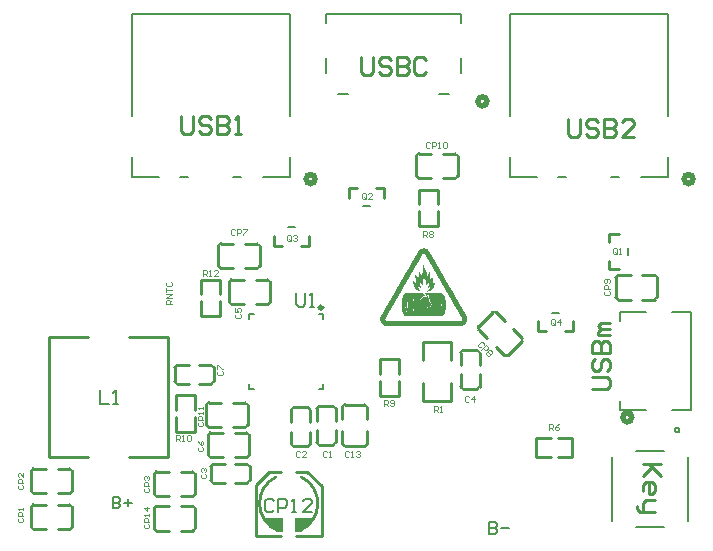
<source format=gto>
G04*
G04 #@! TF.GenerationSoftware,Altium Limited,Altium Designer,24.3.1 (35)*
G04*
G04 Layer_Color=65535*
%FSLAX44Y44*%
%MOMM*%
G71*
G04*
G04 #@! TF.SameCoordinates,C75BA454-7026-4FA9-A0C7-AF5AFDCDB590*
G04*
G04*
G04 #@! TF.FilePolarity,Positive*
G04*
G01*
G75*
%ADD10C,0.5080*%
%ADD11C,0.2540*%
%ADD12C,0.3000*%
%ADD13C,0.1524*%
%ADD14C,0.2000*%
%ADD15C,0.1007*%
%ADD16C,0.2032*%
%ADD17C,0.1000*%
G36*
X603250Y430530D02*
X618490D01*
Y419100D01*
X613410D01*
X603250Y429260D01*
Y430530D01*
D02*
G37*
G36*
X643890D02*
X628650D01*
Y419100D01*
X633730D01*
X643890Y429260D01*
Y430530D01*
D02*
G37*
G36*
X738661Y658950D02*
X739598D01*
Y658716D01*
X740301D01*
Y658482D01*
X740769D01*
Y658248D01*
X741238D01*
Y658013D01*
X741472D01*
Y657779D01*
X741706D01*
Y657545D01*
X741941D01*
Y657310D01*
X742175D01*
Y657076D01*
X742409D01*
Y656608D01*
X742644D01*
Y656373D01*
X742878D01*
Y655905D01*
X743112D01*
Y655436D01*
X743346D01*
Y655202D01*
X743581D01*
Y654733D01*
X743815D01*
Y654265D01*
X744049D01*
Y653796D01*
X744284D01*
Y653327D01*
X744518D01*
Y653093D01*
X744752D01*
Y652625D01*
X744986D01*
Y652156D01*
X745221D01*
Y651922D01*
X745455D01*
Y651453D01*
X745689D01*
Y650984D01*
X745924D01*
Y650516D01*
X746158D01*
Y650282D01*
X746392D01*
Y649813D01*
X746626D01*
Y649344D01*
X746861D01*
Y648876D01*
X747095D01*
Y648642D01*
X747329D01*
Y648173D01*
X747564D01*
Y647704D01*
X747798D01*
Y647470D01*
X748032D01*
Y647001D01*
X748267D01*
Y646533D01*
X748501D01*
Y646064D01*
X748735D01*
Y645830D01*
X748969D01*
Y645361D01*
X749204D01*
Y644893D01*
X749438D01*
Y644424D01*
X749672D01*
Y644190D01*
X749907D01*
Y643721D01*
X750141D01*
Y643253D01*
X750375D01*
Y643018D01*
X750609D01*
Y642550D01*
X750844D01*
Y642081D01*
X751078D01*
Y641613D01*
X751312D01*
Y641378D01*
X751547D01*
Y640910D01*
X751781D01*
Y640441D01*
X752015D01*
Y639973D01*
X752250D01*
Y639738D01*
X752484D01*
Y639270D01*
X752718D01*
Y638801D01*
X752952D01*
Y638333D01*
X753187D01*
Y638098D01*
X753421D01*
Y637630D01*
X753655D01*
Y637161D01*
X753889D01*
Y636693D01*
X754124D01*
Y636458D01*
X754358D01*
Y635990D01*
X754592D01*
Y635521D01*
X754827D01*
Y635287D01*
X755061D01*
Y634818D01*
X755295D01*
Y634350D01*
X755530D01*
Y633881D01*
X755764D01*
Y633647D01*
X755998D01*
Y633178D01*
X756233D01*
Y632710D01*
X756467D01*
Y632475D01*
X756701D01*
Y632007D01*
X756935D01*
Y631538D01*
X757170D01*
Y631070D01*
X757404D01*
Y630835D01*
X757638D01*
Y630367D01*
X757872D01*
Y629898D01*
X758107D01*
Y629430D01*
X758341D01*
Y629195D01*
X758575D01*
Y628727D01*
X758810D01*
Y628258D01*
X759044D01*
Y628024D01*
X759278D01*
Y627555D01*
X759513D01*
Y627087D01*
X759747D01*
Y626618D01*
X759981D01*
Y626149D01*
X760215D01*
Y625915D01*
X760450D01*
Y625447D01*
X760684D01*
Y624978D01*
X760918D01*
Y624744D01*
X761153D01*
Y624275D01*
X761387D01*
Y623806D01*
X761621D01*
Y623338D01*
X761855D01*
Y623104D01*
X762090D01*
Y622635D01*
X762324D01*
Y622166D01*
X762558D01*
Y621932D01*
X762793D01*
Y621464D01*
X763027D01*
Y620995D01*
X763261D01*
Y620526D01*
X763496D01*
Y620058D01*
X763730D01*
Y619823D01*
X763964D01*
Y619355D01*
X764198D01*
Y618886D01*
X764433D01*
Y618652D01*
X764667D01*
Y618183D01*
X764901D01*
Y617715D01*
X765136D01*
Y617481D01*
X765370D01*
Y617012D01*
X765604D01*
Y616543D01*
X765838D01*
Y616075D01*
X766073D01*
Y615840D01*
X766307D01*
Y615372D01*
X766541D01*
Y614903D01*
X766776D01*
Y614435D01*
X767010D01*
Y613966D01*
X767244D01*
Y613732D01*
X767478D01*
Y613263D01*
X767713D01*
Y612795D01*
X767947D01*
Y612560D01*
X768181D01*
Y612092D01*
X768416D01*
Y611623D01*
X768650D01*
Y611389D01*
X768884D01*
Y610686D01*
X769119D01*
Y610452D01*
X769353D01*
Y609983D01*
X769587D01*
Y609515D01*
X769821D01*
Y609280D01*
X770056D01*
Y608812D01*
X770290D01*
Y608343D01*
X770524D01*
Y608109D01*
X770759D01*
Y607640D01*
X770993D01*
Y607172D01*
X771227D01*
Y606703D01*
X771461D01*
Y606469D01*
X771696D01*
Y606000D01*
X771930D01*
Y605532D01*
X772164D01*
Y605063D01*
X772399D01*
Y604829D01*
X772633D01*
Y604360D01*
X772867D01*
Y603892D01*
X773102D01*
Y603423D01*
X773336D01*
Y603189D01*
X773570D01*
Y602720D01*
X773804D01*
Y602252D01*
X774039D01*
Y602017D01*
X774273D01*
Y601314D01*
X774507D01*
Y600846D01*
X774742D01*
Y599909D01*
X774976D01*
Y598503D01*
X774742D01*
Y597331D01*
X774507D01*
Y596863D01*
X774273D01*
Y596394D01*
X774039D01*
Y595926D01*
X773804D01*
Y595691D01*
X773570D01*
Y595457D01*
X773336D01*
Y595223D01*
X773102D01*
Y594988D01*
X772867D01*
Y594754D01*
X772633D01*
Y594520D01*
X772164D01*
Y594286D01*
X771696D01*
Y594051D01*
X771227D01*
Y593817D01*
X770290D01*
Y593583D01*
X705625D01*
Y593817D01*
X704688D01*
Y594051D01*
X704219D01*
Y594286D01*
X703751D01*
Y594520D01*
X703282D01*
Y594754D01*
X703048D01*
Y594988D01*
X702814D01*
Y595223D01*
X702579D01*
Y595457D01*
X702345D01*
Y595691D01*
X702111D01*
Y595926D01*
X701877D01*
Y596394D01*
X701642D01*
Y596863D01*
X701408D01*
Y597566D01*
X701174D01*
Y598503D01*
X700939D01*
Y599909D01*
X701174D01*
Y600846D01*
X701408D01*
Y601314D01*
X701642D01*
Y601783D01*
X701877D01*
Y602252D01*
X702111D01*
Y602720D01*
X702345D01*
Y603189D01*
X702579D01*
Y603423D01*
X702814D01*
Y603892D01*
X703048D01*
Y604360D01*
X703282D01*
Y604594D01*
X703516D01*
Y605063D01*
X703751D01*
Y605532D01*
X703985D01*
Y606000D01*
X704219D01*
Y606235D01*
X704454D01*
Y606703D01*
X704688D01*
Y607172D01*
X704922D01*
Y607640D01*
X705157D01*
Y607874D01*
X705391D01*
Y608343D01*
X705625D01*
Y608812D01*
X705859D01*
Y609280D01*
X706094D01*
Y609515D01*
X706328D01*
Y609983D01*
X706562D01*
Y610452D01*
X706797D01*
Y610686D01*
X707031D01*
Y611155D01*
X707265D01*
Y611623D01*
X707499D01*
Y612092D01*
X707734D01*
Y612326D01*
X707968D01*
Y612795D01*
X708202D01*
Y613263D01*
X708437D01*
Y613732D01*
X708671D01*
Y613966D01*
X708905D01*
Y614435D01*
X709140D01*
Y614903D01*
X709374D01*
Y615138D01*
X709608D01*
Y615606D01*
X709842D01*
Y616075D01*
X710077D01*
Y616543D01*
X710311D01*
Y616778D01*
X710545D01*
Y617246D01*
X710780D01*
Y617715D01*
X711014D01*
Y618183D01*
X711248D01*
Y618652D01*
X711482D01*
Y618886D01*
X711717D01*
Y619355D01*
X711951D01*
Y619589D01*
X712185D01*
Y620058D01*
X712420D01*
Y620526D01*
X712654D01*
Y620995D01*
X712888D01*
Y621229D01*
X713122D01*
Y621698D01*
X713357D01*
Y622166D01*
X713591D01*
Y622635D01*
X713825D01*
Y623104D01*
X714060D01*
Y623338D01*
X714294D01*
Y623806D01*
X714528D01*
Y624275D01*
X714763D01*
Y624509D01*
X714997D01*
Y624978D01*
X715231D01*
Y625447D01*
X715465D01*
Y625915D01*
X715700D01*
Y626149D01*
X715934D01*
Y626618D01*
X716168D01*
Y627087D01*
X716403D01*
Y627321D01*
X716637D01*
Y627789D01*
X716871D01*
Y628258D01*
X717105D01*
Y628727D01*
X717340D01*
Y628961D01*
X717574D01*
Y629430D01*
X717808D01*
Y629898D01*
X718043D01*
Y630367D01*
X718277D01*
Y630601D01*
X718511D01*
Y631070D01*
X718746D01*
Y631538D01*
X718980D01*
Y632007D01*
X719214D01*
Y632241D01*
X719448D01*
Y632710D01*
X719683D01*
Y633178D01*
X719917D01*
Y633413D01*
X720151D01*
Y633881D01*
X720386D01*
Y634350D01*
X720620D01*
Y634818D01*
X720854D01*
Y635052D01*
X721088D01*
Y635521D01*
X721323D01*
Y635990D01*
X721557D01*
Y636458D01*
X721791D01*
Y636693D01*
X722026D01*
Y637161D01*
X722260D01*
Y637630D01*
X722494D01*
Y637864D01*
X722729D01*
Y638333D01*
X722963D01*
Y638801D01*
X723197D01*
Y639270D01*
X723431D01*
Y639738D01*
X723666D01*
Y639973D01*
X723900D01*
Y640441D01*
X724134D01*
Y640910D01*
X724369D01*
Y641144D01*
X724603D01*
Y641613D01*
X724837D01*
Y642081D01*
X725071D01*
Y642550D01*
X725306D01*
Y642784D01*
X725540D01*
Y643253D01*
X725774D01*
Y643721D01*
X726009D01*
Y643956D01*
X726243D01*
Y644424D01*
X726477D01*
Y644893D01*
X726712D01*
Y645361D01*
X726946D01*
Y645830D01*
X727180D01*
Y646064D01*
X727414D01*
Y646533D01*
X727649D01*
Y647001D01*
X727883D01*
Y647236D01*
X728117D01*
Y647704D01*
X728352D01*
Y648173D01*
X728586D01*
Y648642D01*
X728820D01*
Y648876D01*
X729054D01*
Y649344D01*
X729289D01*
Y649813D01*
X729523D01*
Y650282D01*
X729757D01*
Y650516D01*
X729992D01*
Y650984D01*
X730226D01*
Y651453D01*
X730460D01*
Y651922D01*
X730695D01*
Y652156D01*
X730929D01*
Y652625D01*
X731163D01*
Y653093D01*
X731397D01*
Y653327D01*
X731632D01*
Y653796D01*
X731866D01*
Y654265D01*
X732100D01*
Y654499D01*
X732335D01*
Y654967D01*
X732569D01*
Y655436D01*
X732803D01*
Y655905D01*
X733037D01*
Y656373D01*
X733272D01*
Y656608D01*
X733506D01*
Y657076D01*
X733740D01*
Y657310D01*
X733975D01*
Y657545D01*
X734209D01*
Y657779D01*
X734443D01*
Y658013D01*
X734912D01*
Y658248D01*
X735146D01*
Y658482D01*
X735615D01*
Y658716D01*
X736318D01*
Y658950D01*
X737255D01*
Y659185D01*
X738661D01*
Y658950D01*
D02*
G37*
%LPC*%
G36*
Y654733D02*
X737489D01*
Y654499D01*
X737020D01*
Y654030D01*
X736786D01*
Y653796D01*
X736552D01*
Y653327D01*
X736318D01*
Y652859D01*
X736083D01*
Y652390D01*
X735849D01*
Y652156D01*
X735615D01*
Y651687D01*
X735380D01*
Y651219D01*
X735146D01*
Y650750D01*
X734912D01*
Y650516D01*
X734678D01*
Y650047D01*
X734443D01*
Y649579D01*
X734209D01*
Y649344D01*
X733975D01*
Y648876D01*
X733740D01*
Y648407D01*
X733506D01*
Y647939D01*
X733272D01*
Y647470D01*
X733037D01*
Y647236D01*
X732803D01*
Y646767D01*
X732569D01*
Y646299D01*
X732335D01*
Y646064D01*
X732100D01*
Y645596D01*
X731866D01*
Y645127D01*
X731632D01*
Y644659D01*
X731397D01*
Y644424D01*
X731163D01*
Y643956D01*
X730929D01*
Y643487D01*
X730695D01*
Y643018D01*
X730460D01*
Y642784D01*
X730226D01*
Y642316D01*
X729992D01*
Y641847D01*
X729757D01*
Y641613D01*
X729523D01*
Y641144D01*
X729289D01*
Y640676D01*
X729054D01*
Y640207D01*
X728820D01*
Y639973D01*
X728586D01*
Y639504D01*
X728352D01*
Y639035D01*
X728117D01*
Y638567D01*
X727883D01*
Y638333D01*
X727649D01*
Y637864D01*
X727414D01*
Y637396D01*
X727180D01*
Y636927D01*
X726946D01*
Y636693D01*
X726712D01*
Y636224D01*
X726477D01*
Y635755D01*
X726243D01*
Y635287D01*
X726009D01*
Y635052D01*
X725774D01*
Y634584D01*
X725540D01*
Y634115D01*
X725306D01*
Y633881D01*
X725071D01*
Y633413D01*
X724837D01*
Y632944D01*
X724603D01*
Y632710D01*
X724369D01*
Y632241D01*
X724134D01*
Y631772D01*
X723900D01*
Y631304D01*
X723666D01*
Y630835D01*
X723431D01*
Y630601D01*
X723197D01*
Y630132D01*
X722963D01*
Y629664D01*
X722729D01*
Y629195D01*
X722494D01*
Y628961D01*
X722260D01*
Y628492D01*
X722026D01*
Y628024D01*
X721791D01*
Y627789D01*
X721557D01*
Y627321D01*
X721323D01*
Y626852D01*
X721088D01*
Y626384D01*
X720854D01*
Y626149D01*
X720620D01*
Y625681D01*
X720386D01*
Y625212D01*
X720151D01*
Y624744D01*
X719917D01*
Y624509D01*
X719683D01*
Y624041D01*
X719448D01*
Y623572D01*
X719214D01*
Y623338D01*
X718980D01*
Y622869D01*
X718746D01*
Y622401D01*
X718511D01*
Y621932D01*
X718277D01*
Y621698D01*
X718043D01*
Y621229D01*
X717808D01*
Y620761D01*
X717574D01*
Y620292D01*
X717340D01*
Y620058D01*
X717105D01*
Y619589D01*
X716871D01*
Y619121D01*
X716637D01*
Y618652D01*
X716403D01*
Y618418D01*
X716168D01*
Y617949D01*
X715934D01*
Y617481D01*
X715700D01*
Y617246D01*
X715465D01*
Y616778D01*
X715231D01*
Y616309D01*
X714997D01*
Y615840D01*
X714763D01*
Y615606D01*
X714528D01*
Y615138D01*
X714294D01*
Y614669D01*
X714060D01*
Y614200D01*
X713825D01*
Y613966D01*
X713591D01*
Y613498D01*
X713357D01*
Y613029D01*
X713122D01*
Y612795D01*
X712888D01*
Y612326D01*
X712654D01*
Y611857D01*
X712420D01*
Y611389D01*
X712185D01*
Y610920D01*
X711951D01*
Y610686D01*
X711717D01*
Y610218D01*
X711482D01*
Y609749D01*
X711248D01*
Y609280D01*
X711014D01*
Y609046D01*
X710780D01*
Y608577D01*
X710545D01*
Y608109D01*
X710311D01*
Y607874D01*
X710077D01*
Y607406D01*
X709842D01*
Y606937D01*
X709608D01*
Y606703D01*
X709374D01*
Y606235D01*
X709140D01*
Y605766D01*
X708905D01*
Y605297D01*
X708671D01*
Y604829D01*
X708437D01*
Y604594D01*
X708202D01*
Y604126D01*
X707968D01*
Y603657D01*
X707734D01*
Y603423D01*
X707499D01*
Y602954D01*
X707265D01*
Y602486D01*
X707031D01*
Y602017D01*
X706797D01*
Y601783D01*
X706562D01*
Y601314D01*
X706328D01*
Y600846D01*
X706094D01*
Y600611D01*
X705859D01*
Y600143D01*
X705625D01*
Y599674D01*
X705391D01*
Y598503D01*
X705625D01*
Y598269D01*
X705859D01*
Y598034D01*
X770056D01*
Y598269D01*
X770290D01*
Y598503D01*
X770524D01*
Y599674D01*
X770290D01*
Y600143D01*
X770056D01*
Y600611D01*
X769821D01*
Y600846D01*
X769587D01*
Y601314D01*
X769353D01*
Y601783D01*
X769119D01*
Y602252D01*
X768884D01*
Y602486D01*
X768650D01*
Y602954D01*
X768416D01*
Y603423D01*
X768181D01*
Y603657D01*
X767947D01*
Y604126D01*
X767713D01*
Y604594D01*
X767478D01*
Y605063D01*
X767244D01*
Y605532D01*
X767010D01*
Y605766D01*
X766776D01*
Y606235D01*
X766541D01*
Y606703D01*
X766307D01*
Y606937D01*
X766073D01*
Y607406D01*
X765838D01*
Y607874D01*
X765604D01*
Y608343D01*
X765370D01*
Y608577D01*
X765136D01*
Y609046D01*
X764901D01*
Y609515D01*
X764667D01*
Y609983D01*
X764433D01*
Y610218D01*
X764198D01*
Y610686D01*
X763964D01*
Y611155D01*
X763730D01*
Y611623D01*
X763496D01*
Y611857D01*
X763261D01*
Y612326D01*
X763027D01*
Y612795D01*
X762793D01*
Y613263D01*
X762558D01*
Y613498D01*
X762324D01*
Y613966D01*
X762090D01*
Y614435D01*
X761855D01*
Y614669D01*
X761621D01*
Y615138D01*
X761387D01*
Y615606D01*
X761153D01*
Y616075D01*
X760918D01*
Y616309D01*
X760684D01*
Y616778D01*
X760450D01*
Y617246D01*
X760215D01*
Y617481D01*
X759981D01*
Y617949D01*
X759747D01*
Y618418D01*
X759513D01*
Y618886D01*
X759278D01*
Y619121D01*
X759044D01*
Y619589D01*
X758810D01*
Y620058D01*
X758575D01*
Y620292D01*
X758341D01*
Y620761D01*
X758107D01*
Y621229D01*
X757872D01*
Y621698D01*
X757638D01*
Y622166D01*
X757404D01*
Y622401D01*
X757170D01*
Y622869D01*
X756935D01*
Y623338D01*
X756701D01*
Y623572D01*
X756467D01*
Y624041D01*
X756233D01*
Y624509D01*
X755998D01*
Y624978D01*
X755764D01*
Y625212D01*
X755530D01*
Y625681D01*
X755295D01*
Y626149D01*
X755061D01*
Y626618D01*
X754827D01*
Y626852D01*
X754592D01*
Y627321D01*
X754358D01*
Y627789D01*
X754124D01*
Y628024D01*
X753889D01*
Y628492D01*
X753655D01*
Y628961D01*
X753421D01*
Y629430D01*
X753187D01*
Y629898D01*
X752952D01*
Y630132D01*
X752718D01*
Y630601D01*
X752484D01*
Y631070D01*
X752250D01*
Y631538D01*
X752015D01*
Y631772D01*
X751781D01*
Y632241D01*
X751547D01*
Y632710D01*
X751312D01*
Y632944D01*
X751078D01*
Y633413D01*
X750844D01*
Y633881D01*
X750609D01*
Y634115D01*
X750375D01*
Y634584D01*
X750141D01*
Y635052D01*
X749907D01*
Y635521D01*
X749672D01*
Y635755D01*
X749438D01*
Y636224D01*
X749204D01*
Y636693D01*
X748969D01*
Y637161D01*
X748735D01*
Y637396D01*
X748501D01*
Y637864D01*
X748267D01*
Y638333D01*
X748032D01*
Y638801D01*
X747798D01*
Y639035D01*
X747564D01*
Y639504D01*
X747329D01*
Y639973D01*
X747095D01*
Y640207D01*
X746861D01*
Y640676D01*
X746626D01*
Y641144D01*
X746392D01*
Y641613D01*
X746158D01*
Y642081D01*
X745924D01*
Y642316D01*
X745689D01*
Y642784D01*
X745455D01*
Y643018D01*
X745221D01*
Y643487D01*
X744986D01*
Y643956D01*
X744752D01*
Y644424D01*
X744518D01*
Y644893D01*
X744284D01*
Y645127D01*
X744049D01*
Y645596D01*
X743815D01*
Y646064D01*
X743581D01*
Y646299D01*
X743346D01*
Y646767D01*
X743112D01*
Y647236D01*
X742878D01*
Y647704D01*
X742644D01*
Y647939D01*
X742409D01*
Y648407D01*
X742175D01*
Y648876D01*
X741941D01*
Y649344D01*
X741706D01*
Y649579D01*
X741472D01*
Y650047D01*
X741238D01*
Y650516D01*
X741003D01*
Y650984D01*
X740769D01*
Y651219D01*
X740535D01*
Y651687D01*
X740301D01*
Y652156D01*
X740066D01*
Y652625D01*
X739832D01*
Y652859D01*
X739598D01*
Y653327D01*
X739363D01*
Y653796D01*
X739129D01*
Y654030D01*
X738895D01*
Y654499D01*
X738661D01*
Y654733D01*
D02*
G37*
%LPD*%
G36*
X737958Y644190D02*
X738192D01*
Y643487D01*
X738426D01*
Y642784D01*
X738661D01*
Y642081D01*
X738895D01*
Y641613D01*
X739129D01*
Y641144D01*
X739363D01*
Y640441D01*
X739598D01*
Y639973D01*
X739832D01*
Y639504D01*
X740066D01*
Y638801D01*
X740301D01*
Y637864D01*
X740535D01*
Y635521D01*
X740769D01*
Y635755D01*
X741003D01*
Y635990D01*
X741238D01*
Y636224D01*
X741472D01*
Y636693D01*
X741706D01*
Y636927D01*
X741941D01*
Y637396D01*
X742175D01*
Y637864D01*
X742409D01*
Y638801D01*
X742644D01*
Y639270D01*
X742878D01*
Y639035D01*
X743112D01*
Y638333D01*
X743346D01*
Y636927D01*
X743581D01*
Y633413D01*
X744284D01*
Y633647D01*
X744752D01*
Y633881D01*
X744986D01*
Y634115D01*
X745221D01*
Y634350D01*
X745455D01*
Y634818D01*
X745689D01*
Y635052D01*
X745924D01*
Y635521D01*
X746158D01*
Y632007D01*
X745924D01*
Y631070D01*
X745689D01*
Y630601D01*
X745455D01*
Y629430D01*
X746392D01*
Y629664D01*
X746626D01*
Y629898D01*
X746861D01*
Y630132D01*
X747329D01*
Y628961D01*
X747095D01*
Y628024D01*
X746861D01*
Y627321D01*
X746626D01*
Y626384D01*
X746392D01*
Y625915D01*
X746158D01*
Y625447D01*
X745924D01*
Y625212D01*
X745689D01*
Y624744D01*
X745455D01*
Y624509D01*
X745221D01*
Y624275D01*
X744986D01*
Y624041D01*
X744752D01*
Y623806D01*
X744284D01*
Y623572D01*
X744049D01*
Y623338D01*
X743581D01*
Y623104D01*
X742878D01*
Y622869D01*
X742409D01*
Y622635D01*
X741706D01*
Y622401D01*
X740535D01*
Y622635D01*
X740769D01*
Y622869D01*
X741003D01*
Y623104D01*
X741238D01*
Y623338D01*
X741472D01*
Y623572D01*
X741941D01*
Y623806D01*
X742175D01*
Y624041D01*
X742409D01*
Y624275D01*
X742644D01*
Y624744D01*
X742878D01*
Y624978D01*
X743112D01*
Y625447D01*
X743346D01*
Y625681D01*
X743581D01*
Y626149D01*
X743815D01*
Y626384D01*
X743346D01*
Y626149D01*
X742409D01*
Y625915D01*
X741706D01*
Y626384D01*
X741941D01*
Y626852D01*
X742175D01*
Y627555D01*
X742409D01*
Y628727D01*
X742644D01*
Y629664D01*
X742175D01*
Y629430D01*
X741941D01*
Y629195D01*
X741472D01*
Y628961D01*
X741238D01*
Y628727D01*
X741003D01*
Y628492D01*
X740769D01*
Y628258D01*
X740535D01*
Y628024D01*
X740301D01*
Y628492D01*
X740066D01*
Y630367D01*
X739832D01*
Y631538D01*
X739598D01*
Y632007D01*
X739363D01*
Y632475D01*
X739129D01*
Y632944D01*
X738895D01*
Y633178D01*
X738661D01*
Y633413D01*
X738426D01*
Y633647D01*
X738192D01*
Y633881D01*
X737958D01*
Y632944D01*
X737723D01*
Y631304D01*
X737489D01*
Y630367D01*
X737255D01*
Y629195D01*
X737020D01*
Y628024D01*
X736552D01*
Y628258D01*
X736318D01*
Y628492D01*
X736083D01*
Y628727D01*
X735849D01*
Y628961D01*
X735615D01*
Y629195D01*
X735380D01*
Y629430D01*
X735146D01*
Y629664D01*
X734678D01*
Y629898D01*
X734443D01*
Y628258D01*
X734678D01*
Y627555D01*
X734912D01*
Y627321D01*
X735146D01*
Y626852D01*
X735380D01*
Y626618D01*
X735615D01*
Y625915D01*
X734912D01*
Y626149D01*
X734209D01*
Y626384D01*
X733740D01*
Y626618D01*
X733272D01*
Y625681D01*
X733506D01*
Y625212D01*
X733740D01*
Y624978D01*
X733975D01*
Y624509D01*
X734209D01*
Y624275D01*
X734443D01*
Y624041D01*
X734678D01*
Y623806D01*
X734912D01*
Y623572D01*
X735146D01*
Y623104D01*
X735380D01*
Y622869D01*
X734678D01*
Y623104D01*
X733506D01*
Y623338D01*
X732803D01*
Y623572D01*
X732335D01*
Y623806D01*
X731866D01*
Y624041D01*
X731632D01*
Y624275D01*
X731397D01*
Y624509D01*
X731163D01*
Y624744D01*
X730929D01*
Y624978D01*
X730695D01*
Y625212D01*
X730460D01*
Y625681D01*
X730226D01*
Y626149D01*
X729992D01*
Y626852D01*
X729757D01*
Y627555D01*
X729523D01*
Y628258D01*
X729289D01*
Y629195D01*
X729054D01*
Y629898D01*
X728820D01*
Y630601D01*
X728586D01*
Y631538D01*
X728352D01*
Y631772D01*
X728820D01*
Y631538D01*
X729054D01*
Y631304D01*
X729289D01*
Y631070D01*
X729523D01*
Y630835D01*
X729992D01*
Y630601D01*
X730226D01*
Y630367D01*
X730695D01*
Y630132D01*
X731163D01*
Y629898D01*
X731397D01*
Y630132D01*
X731632D01*
Y631070D01*
X731397D01*
Y632007D01*
X731163D01*
Y633647D01*
X730929D01*
Y636693D01*
X731163D01*
Y636458D01*
X731397D01*
Y636224D01*
X731632D01*
Y635990D01*
Y635755D01*
X731866D01*
Y635521D01*
X732100D01*
Y635287D01*
X732335D01*
Y635052D01*
X732569D01*
Y634818D01*
X732803D01*
Y634584D01*
X733272D01*
Y635287D01*
X733506D01*
Y639738D01*
X733740D01*
Y640441D01*
X733975D01*
Y639504D01*
X734209D01*
Y638801D01*
X734443D01*
Y638567D01*
X734678D01*
Y638098D01*
X734912D01*
Y637864D01*
X735146D01*
Y637630D01*
X735380D01*
Y637396D01*
X735615D01*
Y637161D01*
X735849D01*
Y636927D01*
X736552D01*
Y637396D01*
X736786D01*
Y638567D01*
X737020D01*
Y642081D01*
X737255D01*
Y643487D01*
X737489D01*
Y644659D01*
X737723D01*
Y644893D01*
X737958D01*
Y644190D01*
D02*
G37*
G36*
X753421Y620761D02*
X754124D01*
Y620526D01*
X754358D01*
Y620292D01*
X754592D01*
Y620058D01*
X754827D01*
Y619823D01*
X755061D01*
Y619355D01*
X755295D01*
Y618886D01*
X755530D01*
Y618418D01*
X755764D01*
Y617481D01*
X755998D01*
Y616778D01*
X756233D01*
Y615372D01*
X756467D01*
Y613498D01*
X756701D01*
Y609046D01*
X756467D01*
Y607172D01*
X756233D01*
Y605766D01*
X755998D01*
Y604829D01*
X755764D01*
Y604126D01*
X755530D01*
Y603657D01*
X755295D01*
Y603189D01*
X755061D01*
Y602720D01*
X754827D01*
Y602486D01*
X754592D01*
Y602017D01*
X754124D01*
Y601783D01*
X753655D01*
Y601549D01*
X722260D01*
Y601783D01*
X721791D01*
Y602017D01*
X721557D01*
Y602252D01*
X721323D01*
Y602486D01*
X721088D01*
Y602720D01*
X720854D01*
Y603189D01*
X720620D01*
Y603657D01*
X720386D01*
Y604126D01*
X720151D01*
Y605063D01*
X719917D01*
Y605766D01*
X719683D01*
Y607172D01*
X719448D01*
Y609280D01*
X719214D01*
Y613263D01*
X719448D01*
Y615138D01*
X719683D01*
Y616778D01*
X719917D01*
Y617481D01*
X720151D01*
Y618183D01*
X720386D01*
Y618886D01*
X720620D01*
Y619355D01*
X720854D01*
Y619589D01*
X721088D01*
Y620058D01*
X721323D01*
Y620292D01*
X721557D01*
Y620526D01*
X722026D01*
Y620761D01*
X722494D01*
Y620995D01*
X737723D01*
Y620761D01*
X738192D01*
Y620292D01*
X738426D01*
Y619823D01*
X738661D01*
Y619355D01*
X738895D01*
Y618886D01*
X738192D01*
Y618652D01*
X737255D01*
Y618418D01*
X737020D01*
Y618183D01*
X736786D01*
Y617949D01*
X736552D01*
Y617715D01*
X736318D01*
Y617481D01*
X736083D01*
Y617246D01*
X735849D01*
Y616778D01*
X735615D01*
Y616543D01*
X735380D01*
Y616309D01*
X735146D01*
Y616075D01*
X734912D01*
Y615606D01*
X735380D01*
Y615372D01*
X735615D01*
Y615138D01*
X736083D01*
Y614903D01*
X736318D01*
Y614669D01*
X736552D01*
Y614435D01*
X737020D01*
Y614200D01*
X737255D01*
Y613966D01*
X737489D01*
Y613498D01*
X737723D01*
Y613966D01*
X737489D01*
Y614200D01*
X737255D01*
Y614435D01*
X737020D01*
Y614669D01*
X736786D01*
Y614903D01*
X736552D01*
Y615138D01*
X736083D01*
Y615372D01*
X735849D01*
Y615606D01*
X735615D01*
Y616309D01*
X735849D01*
Y616543D01*
X736083D01*
Y616778D01*
X736318D01*
Y617012D01*
X736552D01*
Y617246D01*
X736786D01*
Y617481D01*
X737020D01*
Y617715D01*
X737255D01*
Y617949D01*
X738192D01*
Y618183D01*
X739832D01*
Y617949D01*
X740066D01*
Y617715D01*
X740301D01*
Y617949D01*
X740769D01*
Y618183D01*
X741003D01*
Y618418D01*
X741472D01*
Y618652D01*
X741706D01*
Y617949D01*
X741941D01*
Y616778D01*
X742175D01*
Y615840D01*
X742409D01*
Y614669D01*
X742644D01*
Y613498D01*
X742878D01*
Y613263D01*
X743112D01*
Y613029D01*
X744518D01*
Y612326D01*
X744284D01*
Y611623D01*
X744049D01*
Y611155D01*
X743815D01*
Y610452D01*
X743581D01*
Y609983D01*
X743112D01*
Y609749D01*
D01*
D01*
X743815D01*
Y610218D01*
X744049D01*
Y610686D01*
X744284D01*
Y611389D01*
X744518D01*
Y611857D01*
X744752D01*
Y612560D01*
X744986D01*
Y612795D01*
X746626D01*
Y613029D01*
X745455D01*
Y613263D01*
X744284D01*
Y613498D01*
X743112D01*
Y614903D01*
X742878D01*
Y616309D01*
X742644D01*
Y617715D01*
X742409D01*
Y619355D01*
X742175D01*
Y619823D01*
X741941D01*
Y619589D01*
X741472D01*
Y619355D01*
X741003D01*
Y619121D01*
X740769D01*
Y618886D01*
X740066D01*
Y619589D01*
X739832D01*
Y619823D01*
X739598D01*
Y620292D01*
X739363D01*
Y620995D01*
X753421D01*
Y620761D01*
D02*
G37*
%LPC*%
G36*
X724837Y618183D02*
X724603D01*
Y617949D01*
X724837D01*
Y618183D01*
D02*
G37*
G36*
X721791D02*
X721557D01*
Y617949D01*
X721791D01*
Y618183D01*
D02*
G37*
G36*
X721323Y617715D02*
X721088D01*
Y617481D01*
X721323D01*
Y617715D01*
D02*
G37*
G36*
X728820D02*
X728586D01*
Y617481D01*
Y617246D01*
X728820D01*
Y617715D01*
D02*
G37*
G36*
X725071Y617481D02*
X724837D01*
Y617246D01*
Y617012D01*
X725071D01*
Y617481D01*
D02*
G37*
G36*
X752484Y617246D02*
X752250D01*
Y617012D01*
Y616778D01*
Y616543D01*
X752484D01*
Y617246D01*
D02*
G37*
G36*
X729054Y617012D02*
X728820D01*
Y616309D01*
X729054D01*
Y616543D01*
Y617012D01*
D02*
G37*
G36*
X752718Y616309D02*
X752484D01*
Y615840D01*
Y615606D01*
Y615138D01*
X752718D01*
Y616309D01*
D02*
G37*
G36*
X729289Y616075D02*
X729054D01*
Y614669D01*
X729289D01*
Y615840D01*
Y616075D01*
D02*
G37*
G36*
X725306Y616543D02*
X725071D01*
Y615372D01*
X725306D01*
Y613498D01*
X725540D01*
Y615138D01*
Y615372D01*
Y615606D01*
X725306D01*
Y616543D01*
D02*
G37*
G36*
X737723Y613263D02*
X737489D01*
Y613029D01*
Y612795D01*
X738192D01*
Y612560D01*
X738661D01*
Y612326D01*
X739363D01*
Y612560D01*
X738895D01*
Y612795D01*
X738192D01*
Y613029D01*
X737723D01*
Y613263D01*
D02*
G37*
G36*
X746861Y612560D02*
X746626D01*
Y612326D01*
X746861Y612092D01*
X747095D01*
Y611857D01*
X747329D01*
Y612092D01*
X747095D01*
Y612326D01*
X746861D01*
Y612560D01*
D02*
G37*
G36*
X721088Y613263D02*
X720854D01*
Y613029D01*
X721088D01*
Y612795D01*
Y612092D01*
X721323D01*
Y610218D01*
X721557D01*
Y612092D01*
X721323D01*
Y613029D01*
X721088D01*
Y613263D01*
D02*
G37*
G36*
X743112Y609749D02*
X742409D01*
Y609515D01*
X743112D01*
Y609749D01*
D01*
D01*
D02*
G37*
G36*
X722963Y612795D02*
X722729D01*
Y609515D01*
X722963D01*
Y610920D01*
Y611155D01*
Y612795D01*
D02*
G37*
G36*
X721323Y610218D02*
X721088D01*
Y609515D01*
X721323D01*
Y610218D01*
D02*
G37*
G36*
X742409Y609515D02*
X741706D01*
Y609280D01*
X742409D01*
Y609515D01*
D02*
G37*
G36*
X725774Y613263D02*
X725540D01*
Y612092D01*
Y611857D01*
Y609280D01*
X725774D01*
Y613263D01*
D02*
G37*
G36*
X722729Y609280D02*
X722494D01*
Y609046D01*
X722729D01*
Y609280D01*
D02*
G37*
G36*
X741472D02*
X741003D01*
Y608812D01*
X741238D01*
Y609046D01*
X741472D01*
Y609280D01*
D02*
G37*
G36*
X729523Y614435D02*
X729289D01*
Y608109D01*
X729523D01*
Y613263D01*
Y613498D01*
Y614435D01*
D02*
G37*
G36*
X752952Y614903D02*
X752718D01*
Y614669D01*
Y614435D01*
Y607406D01*
X752952D01*
Y609983D01*
X753187D01*
Y612326D01*
X752952D01*
Y614903D01*
D02*
G37*
G36*
X722729Y618183D02*
X722494D01*
Y617949D01*
X722729D01*
Y617715D01*
X722963D01*
Y617246D01*
X723197D01*
Y616778D01*
X723431D01*
Y616075D01*
X723666D01*
Y615138D01*
X723900D01*
Y613498D01*
X724134D01*
Y609046D01*
X723900D01*
Y607406D01*
X724134D01*
Y608577D01*
X724369D01*
Y612326D01*
Y612560D01*
Y613732D01*
X724134D01*
Y615138D01*
X723900D01*
Y616075D01*
X723666D01*
Y616778D01*
X723431D01*
Y617246D01*
X723197D01*
Y617715D01*
X722963D01*
Y617949D01*
X722729D01*
Y618183D01*
D02*
G37*
G36*
X725540Y609280D02*
X725306D01*
Y606937D01*
X725540D01*
Y609280D01*
D02*
G37*
G36*
X723900Y607406D02*
X723666D01*
Y606469D01*
X723900D01*
Y607406D01*
D02*
G37*
G36*
X752718D02*
X752484D01*
Y606000D01*
X752718D01*
Y607406D01*
D02*
G37*
G36*
X725306Y606937D02*
X725071D01*
Y606000D01*
X725306D01*
Y606937D01*
D02*
G37*
G36*
X723666Y606469D02*
X723431D01*
Y605766D01*
X723666D01*
Y606469D01*
D02*
G37*
G36*
X729289Y607874D02*
X729054D01*
Y606469D01*
Y606235D01*
X728820D01*
Y605297D01*
X729054D01*
Y606000D01*
X729289Y606235D01*
Y607874D01*
D02*
G37*
G36*
X723431Y605766D02*
X723197D01*
Y605297D01*
X723431D01*
Y605766D01*
D02*
G37*
G36*
X752484Y606000D02*
X752250D01*
Y605063D01*
X752484D01*
Y606000D01*
D02*
G37*
G36*
X721088Y605297D02*
X720854D01*
Y605063D01*
X721088D01*
Y605297D01*
D02*
G37*
G36*
X728820Y605063D02*
X728586D01*
Y604829D01*
X728820D01*
Y605063D01*
D02*
G37*
G36*
X725071Y605297D02*
X724837D01*
Y604829D01*
X725071D01*
Y605063D01*
Y605297D01*
D02*
G37*
G36*
X723197Y605063D02*
X722963D01*
Y604829D01*
X723197D01*
Y605063D01*
D02*
G37*
G36*
X722963Y604829D02*
X722729D01*
Y604594D01*
X722963D01*
Y604829D01*
D02*
G37*
G36*
X722729Y604594D02*
X722494D01*
Y604360D01*
X722729D01*
Y604594D01*
D02*
G37*
G36*
X721557D02*
X721323D01*
Y604360D01*
X721557D01*
Y604594D01*
D02*
G37*
G36*
X724837D02*
X724603D01*
Y604360D01*
Y604126D01*
X724837D01*
Y604594D01*
D02*
G37*
G36*
X722494Y604360D02*
X721791D01*
Y604126D01*
X722494D01*
Y604360D01*
D02*
G37*
%LPD*%
D10*
X914070Y516095D02*
G03*
X914070Y516095I-3810J0D01*
G01*
X791461Y783590D02*
G03*
X791461Y783590I-3810J0D01*
G01*
X965962Y717815D02*
G03*
X965962Y717815I-3810J0D01*
G01*
X645922D02*
G03*
X645922Y717815I-3810J0D01*
G01*
D11*
X597160Y642380D02*
G03*
X599160Y644380I0J2000D01*
G01*
X599160Y661180D02*
G03*
X597160Y663180I-2000J0D01*
G01*
X564160Y644380D02*
G03*
X566160Y642380I2000J0D01*
G01*
Y663180D02*
G03*
X564160Y661180I0J-2000D01*
G01*
X606050Y611900D02*
G03*
X608050Y613900I0J2000D01*
G01*
Y630700D02*
G03*
X606050Y632700I-2000J0D01*
G01*
X573050Y613900D02*
G03*
X575050Y611900I2000J0D01*
G01*
Y632700D02*
G03*
X573050Y630700I0J-2000D01*
G01*
X733800Y739380D02*
G03*
X731800Y737380I0J-2000D01*
G01*
Y720581D02*
G03*
X733800Y718580I2000J0D01*
G01*
X766800Y737380D02*
G03*
X764800Y739380I-2000J0D01*
G01*
Y718580D02*
G03*
X766800Y720581I0J2000D01*
G01*
X799034Y605054D02*
G03*
X796205Y605054I-1415J-1415D01*
G01*
X784326Y593175D02*
G03*
X784326Y590346I1414J-1414D01*
G01*
X820954Y580305D02*
G03*
X820954Y583134I-1415J1415D01*
G01*
X806246Y568426D02*
G03*
X809075Y568426I1415J1415D01*
G01*
X769240Y541870D02*
G03*
X771240Y539870I2000J0D01*
G01*
X783240D02*
G03*
X785240Y541870I0J2000D01*
G01*
X771240Y572870D02*
G03*
X769240Y570870I0J-2000D01*
G01*
X785240Y570870D02*
G03*
X783240Y572870I-2000J0D01*
G01*
X559540Y476630D02*
G03*
X557540Y474630I0J-2000D01*
G01*
Y462630D02*
G03*
X559540Y460630I2000J0D01*
G01*
X590540Y474630D02*
G03*
X588540Y476630I-2000J0D01*
G01*
X588540Y460630D02*
G03*
X590540Y462630I0J2000D01*
G01*
X556000Y528560D02*
G03*
X554000Y526559I0J-2000D01*
G01*
X554000Y509760D02*
G03*
X556000Y507760I2000J0D01*
G01*
X589000Y526559D02*
G03*
X587000Y528560I-2000J0D01*
G01*
Y507760D02*
G03*
X589000Y509761I0J2000D01*
G01*
X647320Y494770D02*
G03*
X649320Y492770I2000J0D01*
G01*
X661320D02*
G03*
X663320Y494770I0J2000D01*
G01*
X649320Y525770D02*
G03*
X647320Y523770I0J-2000D01*
G01*
X663320Y523770D02*
G03*
X661320Y525770I-2000J0D01*
G01*
X669050Y493770D02*
G03*
X671050Y491770I2000J0D01*
G01*
X687850D02*
G03*
X689850Y493770I0J2000D01*
G01*
X671050Y526770D02*
G03*
X669050Y524770I0J-2000D01*
G01*
X689850D02*
G03*
X687850Y526770I-2000J0D01*
G01*
X588270Y482360D02*
G03*
X590270Y484361I0J2000D01*
G01*
Y501160D02*
G03*
X588270Y503160I-2000J0D01*
G01*
X555270Y484360D02*
G03*
X557270Y482360I2000J0D01*
G01*
Y503160D02*
G03*
X555270Y501160I0J-2000D01*
G01*
X641730Y522500D02*
G03*
X639730Y524500I-2000J0D01*
G01*
X627730D02*
G03*
X625730Y522500I0J-2000D01*
G01*
X639730Y491500D02*
G03*
X641730Y493500I0J2000D01*
G01*
X625730Y493500D02*
G03*
X627730Y491500I2000J0D01*
G01*
X529060Y560450D02*
G03*
X527060Y558450I0J-2000D01*
G01*
Y546450D02*
G03*
X529060Y544450I2000J0D01*
G01*
X560060Y558450D02*
G03*
X558060Y560450I-2000J0D01*
G01*
X558060Y544450D02*
G03*
X560060Y546450I0J2000D01*
G01*
X511550Y440930D02*
G03*
X509550Y438929I0J-2000D01*
G01*
X509550Y422130D02*
G03*
X511550Y420130I2000J0D01*
G01*
X544550Y438929D02*
G03*
X542550Y440930I-2000J0D01*
G01*
Y420130D02*
G03*
X544550Y422131I0J2000D01*
G01*
X511550Y470140D02*
G03*
X509550Y468139I0J-2000D01*
G01*
X509550Y451340D02*
G03*
X511550Y449340I2000J0D01*
G01*
X544550Y468139D02*
G03*
X542550Y470140I-2000J0D01*
G01*
Y449340D02*
G03*
X544550Y451340I0J2000D01*
G01*
X438410Y451880D02*
G03*
X440410Y453881I0J2000D01*
G01*
X440410Y470680D02*
G03*
X438410Y472680I-2000J0D01*
G01*
X405410Y453881D02*
G03*
X407410Y451880I2000J0D01*
G01*
Y472680D02*
G03*
X405410Y470680I0J-2000D01*
G01*
X438410Y421400D02*
G03*
X440410Y423400I0J2000D01*
G01*
X440410Y440200D02*
G03*
X438410Y442200I-2000J0D01*
G01*
X405410Y423400D02*
G03*
X407410Y421400I2000J0D01*
G01*
Y442200D02*
G03*
X405410Y440200I0J-2000D01*
G01*
X933550Y615710D02*
G03*
X935550Y617710I0J2000D01*
G01*
X935550Y634510D02*
G03*
X933550Y636510I-2000J0D01*
G01*
X900550Y617710D02*
G03*
X902550Y615710I2000J0D01*
G01*
Y636510D02*
G03*
X900550Y634510I0J-2000D01*
G01*
X632612Y420040D02*
G03*
X634162Y465709I-9367J23179D01*
G01*
X612978D02*
G03*
X614883Y419913I10932J-22483D01*
G01*
X704210Y701929D02*
Y710080D01*
X697611D02*
X704210D01*
X697611D02*
X704210D01*
X697611D02*
X704210D01*
X675010D02*
X681609D01*
X675010Y701929D02*
Y710080D01*
X564160Y644780D02*
Y660780D01*
X599160Y660780D02*
X599160Y644780D01*
X566160Y663180D02*
X576660D01*
X566160Y642380D02*
X576660D01*
X586660Y663180D02*
X597160D01*
X586660Y642380D02*
X597160D01*
X599160Y644581D02*
Y644780D01*
Y644380D02*
Y644780D01*
X599160Y660780D02*
Y661180D01*
X564160Y644380D02*
Y644780D01*
Y660780D02*
Y661180D01*
X549581Y601714D02*
X565581D01*
X565530Y620219D02*
Y632720D01*
X549530Y620219D02*
Y632720D01*
X565581Y601714D02*
Y614213D01*
X549581Y601714D02*
Y614213D01*
X549530Y632720D02*
X565530D01*
X420624Y583692D02*
X453644D01*
X420624Y482600D02*
Y583692D01*
Y482600D02*
X453644D01*
X488696D02*
X521716D01*
Y583692D01*
X488696D02*
X521716D01*
X608050Y613900D02*
Y614300D01*
Y630300D02*
Y630700D01*
X573050Y613900D02*
Y614300D01*
X573050Y630300D02*
Y630700D01*
Y630300D02*
Y630499D01*
X575050Y632700D02*
X585550D01*
X575050Y611900D02*
X585550D01*
X595550Y632700D02*
X606050D01*
X595550Y611900D02*
X606050D01*
X573050Y630300D02*
X573050Y614300D01*
X608050Y614300D02*
Y630300D01*
X731800Y736980D02*
Y737380D01*
Y720581D02*
Y720980D01*
X766800Y736980D02*
Y737380D01*
X766800Y720581D02*
Y720980D01*
Y720781D02*
Y720980D01*
X754300Y718580D02*
X764800D01*
X754300Y739380D02*
X764800D01*
X733800Y718580D02*
X744300D01*
X733800Y739380D02*
X744300D01*
X766800Y736980D02*
X766800Y720980D01*
X731800D02*
Y736980D01*
X809358Y568708D02*
X820672Y580022D01*
X784609Y593457D02*
X795922Y604772D01*
X798822Y575850D02*
X806246Y568426D01*
X813530Y590558D02*
X820954Y583134D01*
X784326Y590346D02*
X791750Y582922D01*
X799034Y605054D02*
X806458Y597630D01*
X795922Y604772D02*
X796063Y604912D01*
X795922Y604772D02*
X796205Y605054D01*
X784326Y593175D02*
X784609Y593457D01*
X820672Y580022D02*
X820954Y580305D01*
X809075Y568426D02*
X809358Y568708D01*
X769240Y541870D02*
Y542370D01*
X785240Y541870D02*
Y542370D01*
X769240Y570370D02*
Y570870D01*
X785240Y570370D02*
Y570870D01*
X771240Y572870D02*
X783240D01*
X769240Y542370D02*
Y552369D01*
X785240Y542370D02*
Y552369D01*
X769240Y560370D02*
Y570370D01*
X785240Y560370D02*
Y570370D01*
X771240Y539870D02*
X783240D01*
X590540Y462630D02*
Y474630D01*
X560040Y476630D02*
X570040D01*
X560040Y460630D02*
X570040D01*
X578041Y476630D02*
X588040D01*
X578041Y460630D02*
X588040D01*
X557540Y462630D02*
Y474630D01*
X559540Y476630D02*
X560040D01*
X559540Y460630D02*
X560040D01*
X588040Y476630D02*
X588540D01*
X588040Y460630D02*
X588540D01*
X589000Y510160D02*
Y526160D01*
X554000D02*
X554000Y510160D01*
X576500Y507760D02*
X587000D01*
X576500Y528560D02*
X587000D01*
X556000Y507760D02*
X566500D01*
X556000Y528560D02*
X566500D01*
X554000Y526160D02*
Y526359D01*
Y526160D02*
Y526559D01*
X554000Y509760D02*
Y510160D01*
X589000Y526160D02*
Y526559D01*
Y509761D02*
Y510160D01*
X700609Y565416D02*
X716609D01*
X700660Y534410D02*
Y546911D01*
X716660Y534410D02*
Y546911D01*
X700609Y552917D02*
Y565416D01*
X716609Y552917D02*
Y565416D01*
X700660Y534410D02*
X716660D01*
X647320Y494770D02*
Y495270D01*
X663320Y494770D02*
Y495270D01*
X647320Y523270D02*
Y523770D01*
X663320Y523270D02*
Y523770D01*
X649320Y525770D02*
X661320D01*
X647320Y495270D02*
Y505269D01*
X663320Y495270D02*
Y505269D01*
X647320Y513270D02*
Y523270D01*
X663320Y513270D02*
Y523270D01*
X649320Y492770D02*
X661320D01*
X733731Y677914D02*
X749731D01*
X749680Y696419D02*
Y708920D01*
X733680Y696419D02*
Y708920D01*
X749731Y677914D02*
Y690413D01*
X733731Y677914D02*
Y690413D01*
X733680Y708920D02*
X749680D01*
X737300Y579989D02*
X761300D01*
X737300Y529990D02*
Y544990D01*
X761300Y529990D02*
Y544990D01*
X737300Y564990D02*
Y579989D01*
X761300Y564990D02*
Y579989D01*
X737300Y529990D02*
X761300D01*
X671050Y491770D02*
X671450D01*
X687450D02*
X687850D01*
X671050Y526770D02*
X671450D01*
X687450Y526770D02*
X687850D01*
X687450D02*
X687649D01*
X689850Y514270D02*
Y524770D01*
X669050Y514270D02*
Y524770D01*
X689850Y493770D02*
Y504270D01*
X669050Y493770D02*
Y504270D01*
X671450Y526770D02*
X687450Y526770D01*
X671450Y491770D02*
X687450D01*
X590270Y484361D02*
Y484760D01*
Y500760D02*
Y501160D01*
X555270Y484360D02*
Y484760D01*
X555270Y500760D02*
Y501160D01*
Y500760D02*
Y500959D01*
X557270Y503160D02*
X567770D01*
X557270Y482360D02*
X567770D01*
X577770Y503160D02*
X588270D01*
X577770Y482360D02*
X588270D01*
X555270Y500760D02*
X555270Y484760D01*
X590270Y484760D02*
Y500760D01*
X527941Y503924D02*
X543941D01*
X543890Y522429D02*
Y534930D01*
X527890Y522429D02*
Y534930D01*
X543941Y503924D02*
Y516423D01*
X527941Y503924D02*
Y516423D01*
X527890Y534930D02*
X543890D01*
X864230Y589130D02*
Y597281D01*
X857631Y589130D02*
X864230D01*
X835030D02*
X841629D01*
X835030D02*
X841629D01*
X835030D02*
X841629D01*
X835030D02*
Y597281D01*
X627730Y491500D02*
X639730D01*
X641730Y512000D02*
Y522000D01*
X625730Y512000D02*
Y522000D01*
X641730Y494000D02*
Y503999D01*
X625730Y494000D02*
Y503999D01*
X627730Y524500D02*
X639730D01*
X641730Y522000D02*
Y522500D01*
X625730Y522000D02*
Y522500D01*
X641730Y493500D02*
Y494000D01*
X625730Y493500D02*
Y494000D01*
X560060Y546450D02*
Y558450D01*
X529560Y560450D02*
X539560D01*
X529560Y544450D02*
X539560D01*
X547561Y560450D02*
X557560D01*
X547561Y544450D02*
X557560D01*
X527060Y546450D02*
Y558450D01*
X529060Y560450D02*
X529560D01*
X529060Y544450D02*
X529560D01*
X557560Y560450D02*
X558060D01*
X557560Y544450D02*
X558060D01*
X832860Y482220D02*
Y498220D01*
X851367Y482271D02*
X863866D01*
X851367Y498271D02*
X863866D01*
X832860Y482220D02*
X845361D01*
X832860Y498220D02*
X845361D01*
X863866Y482271D02*
Y498271D01*
X544550Y422530D02*
Y438530D01*
X509550D02*
X509550Y422530D01*
X532050Y420130D02*
X542550D01*
X532050Y440930D02*
X542550D01*
X511550Y420130D02*
X522050D01*
X511550Y440930D02*
X522050D01*
X509550Y438530D02*
Y438729D01*
Y438530D02*
Y438929D01*
X509550Y422130D02*
Y422530D01*
X544550Y438530D02*
Y438929D01*
Y422131D02*
Y422530D01*
Y451740D02*
Y467740D01*
X509550D02*
X509550Y451740D01*
X532050Y449340D02*
X542550D01*
X532050Y470140D02*
X542550D01*
X511550Y449340D02*
X522050D01*
X511550Y470140D02*
X522050D01*
X509550Y467740D02*
Y467939D01*
Y467740D02*
Y468139D01*
X509550Y451340D02*
Y451740D01*
X544550Y467740D02*
Y468139D01*
Y451340D02*
Y451740D01*
X405410Y454280D02*
Y470280D01*
X440410Y470280D02*
X440410Y454280D01*
X407410Y472680D02*
X417910D01*
X407410Y451880D02*
X417910D01*
X427910Y472680D02*
X438410D01*
X427910Y451880D02*
X438410D01*
X440410Y454081D02*
Y454280D01*
Y453881D02*
Y454280D01*
X440410Y470280D02*
Y470680D01*
X405410Y453881D02*
Y454280D01*
Y470280D02*
Y470680D01*
Y423800D02*
Y439800D01*
X440410Y439800D02*
X440410Y423800D01*
X407410Y442200D02*
X417910D01*
X407410Y421400D02*
X417910D01*
X427910Y442200D02*
X438410D01*
X427910Y421400D02*
X438410D01*
X440410Y423601D02*
Y423800D01*
Y423400D02*
Y423800D01*
X440410Y439800D02*
Y440200D01*
X405410Y423400D02*
Y423800D01*
Y439800D02*
Y440200D01*
X900550Y618110D02*
Y634110D01*
X935550Y634110D02*
X935550Y618110D01*
X902550Y636510D02*
X913050D01*
X902550Y615710D02*
X913050D01*
X923050Y636510D02*
X933550D01*
X923050Y615710D02*
X933550D01*
X935550Y617911D02*
Y618110D01*
Y617710D02*
Y618110D01*
X935550Y634110D02*
Y634510D01*
X900550Y617710D02*
Y618110D01*
Y634110D02*
Y634510D01*
X611510Y661520D02*
X618109D01*
X611510D02*
X618109D01*
X611510D02*
X618109D01*
X611510D02*
Y669671D01*
X640710Y661520D02*
Y669671D01*
X634111Y661520D02*
X640710D01*
X895200Y664591D02*
Y671190D01*
Y664591D02*
Y671190D01*
Y664591D02*
Y671190D01*
X903351D01*
X895200Y641990D02*
X903351D01*
X895200D02*
Y648589D01*
X629920Y415290D02*
X651510D01*
Y457835D01*
X639445Y469900D02*
X651510Y457835D01*
X629920Y469900D02*
X639445D01*
X595630Y415290D02*
X617220D01*
X595630D02*
Y458470D01*
X607060Y469900D01*
X617220D01*
X880113Y539759D02*
X892808D01*
X895348Y542298D01*
Y547377D01*
X892808Y549916D01*
X880113D01*
X882652Y565151D02*
X880113Y562612D01*
Y557533D01*
X882652Y554994D01*
X885191D01*
X887730Y557533D01*
Y562612D01*
X890269Y565151D01*
X892808D01*
X895348Y562612D01*
Y557533D01*
X892808Y554994D01*
X880113Y570229D02*
X895348D01*
Y577847D01*
X892808Y580386D01*
X890269D01*
X887730Y577847D01*
Y570229D01*
Y577847D01*
X885191Y580386D01*
X882652D01*
X880113Y577847D01*
Y570229D01*
X895348Y585464D02*
X885191D01*
Y588003D01*
X887730Y590543D01*
X895348D01*
X887730D01*
X885191Y593082D01*
X887730Y595621D01*
X895348D01*
X938527Y476243D02*
X923292D01*
X928370D01*
X938527Y466087D01*
X930909Y473704D01*
X923292Y466087D01*
Y453391D02*
Y458469D01*
X925831Y461008D01*
X930909D01*
X933448Y458469D01*
Y453391D01*
X930909Y450852D01*
X928370D01*
Y461008D01*
X933448Y445773D02*
X925831D01*
X923292Y443234D01*
Y435617D01*
X920752D01*
X918213Y438156D01*
Y440695D01*
X923292Y435617D02*
X933448D01*
X684409Y821035D02*
Y808339D01*
X686948Y805800D01*
X692027D01*
X694566Y808339D01*
Y821035D01*
X709801Y818496D02*
X707262Y821035D01*
X702183D01*
X699644Y818496D01*
Y815956D01*
X702183Y813417D01*
X707262D01*
X709801Y810878D01*
Y808339D01*
X707262Y805800D01*
X702183D01*
X699644Y808339D01*
X714879Y821035D02*
Y805800D01*
X722497D01*
X725036Y808339D01*
Y810878D01*
X722497Y813417D01*
X714879D01*
X722497D01*
X725036Y815956D01*
Y818496D01*
X722497Y821035D01*
X714879D01*
X740271Y818496D02*
X737732Y821035D01*
X732653D01*
X730114Y818496D01*
Y808339D01*
X732653Y805800D01*
X737732D01*
X740271Y808339D01*
X859799Y768347D02*
Y755652D01*
X862338Y753112D01*
X867417D01*
X869956Y755652D01*
Y768347D01*
X885191Y765808D02*
X882652Y768347D01*
X877573D01*
X875034Y765808D01*
Y763269D01*
X877573Y760730D01*
X882652D01*
X885191Y758191D01*
Y755652D01*
X882652Y753112D01*
X877573D01*
X875034Y755652D01*
X890269Y768347D02*
Y753112D01*
X897887D01*
X900426Y755652D01*
Y758191D01*
X897887Y760730D01*
X890269D01*
X897887D01*
X900426Y763269D01*
Y765808D01*
X897887Y768347D01*
X890269D01*
X915661Y753112D02*
X905504D01*
X915661Y763269D01*
Y765808D01*
X913122Y768347D01*
X908043D01*
X905504Y765808D01*
X532138Y770888D02*
Y758192D01*
X534677Y755652D01*
X539756D01*
X542295Y758192D01*
Y770888D01*
X557530Y768348D02*
X554991Y770888D01*
X549912D01*
X547373Y768348D01*
Y765809D01*
X549912Y763270D01*
X554991D01*
X557530Y760731D01*
Y758192D01*
X554991Y755652D01*
X549912D01*
X547373Y758192D01*
X562608Y770888D02*
Y755652D01*
X570226D01*
X572765Y758192D01*
Y760731D01*
X570226Y763270D01*
X562608D01*
X570226D01*
X572765Y765809D01*
Y768348D01*
X570226Y770888D01*
X562608D01*
X577843Y755652D02*
X582922D01*
X580383D01*
Y770888D01*
X577843Y768348D01*
D12*
X650880Y607489D02*
G03*
X650855Y607489I-13J1500D01*
G01*
D13*
X954532Y505217D02*
G03*
X954532Y505217I-2032J0D01*
G01*
X904490Y604995D02*
X926464D01*
X948056Y522445D02*
X963926D01*
X904490D02*
Y530173D01*
Y522445D02*
X926464D01*
X904490Y597267D02*
Y604995D01*
X948056D02*
X963926D01*
Y522445D02*
Y604995D01*
X654809Y857359D02*
X769871D01*
X654809Y849874D02*
Y857359D01*
X664951Y789795D02*
X674049D01*
X769871Y807842D02*
Y820305D01*
X750631Y789795D02*
X759729D01*
X769871Y849874D02*
Y857359D01*
X654809Y807842D02*
Y820305D01*
X917318Y487437D02*
X941682D01*
X961758Y428280D02*
Y482079D01*
X917318Y422921D02*
X941682D01*
X897242Y428280D02*
Y482079D01*
X944372Y771205D02*
Y857885D01*
X896485Y719455D02*
X903655D01*
X851485D02*
X858655D01*
X921485D02*
X944372D01*
Y736426D01*
X810768Y719455D02*
X833655D01*
X810768Y771205D02*
Y857885D01*
X944372D01*
X810768Y719455D02*
Y736426D01*
X624332Y771205D02*
Y857885D01*
X576445Y719455D02*
X583615D01*
X531445D02*
X538615D01*
X601445D02*
X624332D01*
Y736426D01*
X490728Y719455D02*
X513615D01*
X490728Y771205D02*
Y857885D01*
X624332D01*
X490728Y719455D02*
Y736426D01*
X630174Y621280D02*
Y611758D01*
X632078Y609854D01*
X635887D01*
X637791Y611758D01*
Y621280D01*
X641600Y609854D02*
X645409D01*
X643505D01*
Y621280D01*
X641600Y619376D01*
X611121Y445386D02*
X609217Y447290D01*
X605408D01*
X603504Y445386D01*
Y437768D01*
X605408Y435864D01*
X609217D01*
X611121Y437768D01*
X614930Y435864D02*
Y447290D01*
X620644D01*
X622548Y445386D01*
Y441577D01*
X620644Y439673D01*
X614930D01*
X626357Y435864D02*
X630165D01*
X628261D01*
Y447290D01*
X626357Y445386D01*
X643496Y435864D02*
X635879D01*
X643496Y443481D01*
Y445386D01*
X641592Y447290D01*
X637783D01*
X635879Y445386D01*
X463670Y538857D02*
Y527431D01*
X471288D01*
X475097D02*
X478905D01*
X477001D01*
Y538857D01*
X475097Y536953D01*
D14*
X686610Y694581D02*
X692610D01*
X589891Y599480D02*
Y603480D01*
X593891Y603480D01*
X589891Y540480D02*
Y544480D01*
Y540480D02*
X593891Y540480D01*
X652891Y540480D02*
Y544480D01*
X648891Y540480D02*
X652891D01*
X648891Y603480D02*
X652891D01*
Y599480D02*
Y603480D01*
X846630Y604629D02*
X852630D01*
X623111Y677019D02*
X629109D01*
X910699Y653590D02*
Y659589D01*
D15*
X524773Y611877D02*
X519695D01*
Y614416D01*
X520541Y615262D01*
X522234D01*
X523080Y614416D01*
Y611877D01*
Y613570D02*
X524773Y615262D01*
Y616955D02*
X519695D01*
X524773Y620341D01*
X519695D01*
Y622034D02*
Y625419D01*
Y623726D01*
X524773D01*
X520541Y630498D02*
X519695Y629651D01*
Y627958D01*
X520541Y627112D01*
X523927D01*
X524773Y627958D01*
Y629651D01*
X523927Y630498D01*
D16*
X793242Y427319D02*
Y417322D01*
X798240D01*
X799906Y418988D01*
Y420654D01*
X798240Y422320D01*
X793242D01*
X798240D01*
X799906Y423987D01*
Y425653D01*
X798240Y427319D01*
X793242D01*
X803239Y422320D02*
X809903D01*
X474472Y448909D02*
Y438912D01*
X479470D01*
X481137Y440578D01*
Y442244D01*
X479470Y443910D01*
X474472D01*
X479470D01*
X481137Y445577D01*
Y447243D01*
X479470Y448909D01*
X474472D01*
X484469Y443910D02*
X491133D01*
X487801Y447243D02*
Y440578D01*
D17*
X688878Y701873D02*
Y705205D01*
X688045Y706038D01*
X686379D01*
X685546Y705205D01*
Y701873D01*
X686379Y701040D01*
X688045D01*
X687212Y702706D02*
X688878Y701040D01*
X688045D02*
X688878Y701873D01*
X693877Y701040D02*
X690544D01*
X693877Y704372D01*
Y705205D01*
X693044Y706038D01*
X691377D01*
X690544Y705205D01*
X848882Y594923D02*
Y598255D01*
X848049Y599088D01*
X846383D01*
X845550Y598255D01*
Y594923D01*
X846383Y594090D01*
X848049D01*
X847216Y595756D02*
X848882Y594090D01*
X848049D02*
X848882Y594923D01*
X853047Y594090D02*
Y599088D01*
X850548Y596589D01*
X853881D01*
X632982Y486495D02*
X632149Y487328D01*
X630483D01*
X629650Y486495D01*
Y483163D01*
X630483Y482330D01*
X632149D01*
X632982Y483163D01*
X637981Y482330D02*
X634648D01*
X637981Y485662D01*
Y486495D01*
X637147Y487328D01*
X635481D01*
X634648Y486495D01*
X655842D02*
X655009Y487328D01*
X653343D01*
X652510Y486495D01*
Y483163D01*
X653343Y482330D01*
X655009D01*
X655842Y483163D01*
X657508Y482330D02*
X659174D01*
X658341D01*
Y487328D01*
X657508Y486495D01*
X776492Y533485D02*
X775659Y534318D01*
X773993D01*
X773160Y533485D01*
Y530153D01*
X773993Y529320D01*
X775659D01*
X776492Y530153D01*
X780658Y529320D02*
Y534318D01*
X778158Y531819D01*
X781491D01*
X549825Y467882D02*
X548992Y467049D01*
Y465383D01*
X549825Y464550D01*
X553157D01*
X553990Y465383D01*
Y467049D01*
X553157Y467882D01*
X549825Y469548D02*
X548992Y470381D01*
Y472048D01*
X549825Y472881D01*
X550658D01*
X551491Y472048D01*
Y471214D01*
Y472048D01*
X552324Y472881D01*
X553157D01*
X553990Y472048D01*
Y470381D01*
X553157Y469548D01*
X563795Y555512D02*
X562962Y554679D01*
Y553013D01*
X563795Y552180D01*
X567127D01*
X567960Y553013D01*
Y554679D01*
X567127Y555512D01*
X562962Y557178D02*
Y560511D01*
X563795D01*
X567127Y557178D01*
X567960D01*
X844296Y505714D02*
Y510712D01*
X846795D01*
X847628Y509879D01*
Y508213D01*
X846795Y507380D01*
X844296D01*
X845962D02*
X847628Y505714D01*
X852627Y510712D02*
X850960Y509879D01*
X849294Y508213D01*
Y506547D01*
X850127Y505714D01*
X851794D01*
X852627Y506547D01*
Y507380D01*
X851794Y508213D01*
X849294D01*
X528050Y496300D02*
Y501298D01*
X530549D01*
X531382Y500465D01*
Y498799D01*
X530549Y497966D01*
X528050D01*
X529716D02*
X531382Y496300D01*
X533048D02*
X534715D01*
X533881D01*
Y501298D01*
X533048Y500465D01*
X537214D02*
X538047Y501298D01*
X539713D01*
X540546Y500465D01*
Y497133D01*
X539713Y496300D01*
X538047D01*
X537214Y497133D01*
Y500465D01*
X550910Y636000D02*
Y640998D01*
X553409D01*
X554242Y640165D01*
Y638499D01*
X553409Y637666D01*
X550910D01*
X552576D02*
X554242Y636000D01*
X555908D02*
X557575D01*
X556741D01*
Y640998D01*
X555908Y640165D01*
X563406Y636000D02*
X560074D01*
X563406Y639332D01*
Y640165D01*
X562573Y640998D01*
X560907D01*
X560074Y640165D01*
X704580Y525510D02*
Y530508D01*
X707079D01*
X707912Y529675D01*
Y528009D01*
X707079Y527176D01*
X704580D01*
X706246D02*
X707912Y525510D01*
X709578Y526343D02*
X710411Y525510D01*
X712077D01*
X712911Y526343D01*
Y529675D01*
X712077Y530508D01*
X710411D01*
X709578Y529675D01*
Y528842D01*
X710411Y528009D01*
X712911D01*
X737600Y669020D02*
Y674018D01*
X740099D01*
X740932Y673185D01*
Y671519D01*
X740099Y670686D01*
X737600D01*
X739266D02*
X740932Y669020D01*
X742598Y673185D02*
X743431Y674018D01*
X745098D01*
X745931Y673185D01*
Y672352D01*
X745098Y671519D01*
X745931Y670686D01*
Y669853D01*
X745098Y669020D01*
X743431D01*
X742598Y669853D01*
Y670686D01*
X743431Y671519D01*
X742598Y672352D01*
Y673185D01*
X743431Y671519D02*
X745098D01*
X788588Y577564D02*
X788588Y578742D01*
X787410Y579920D01*
X786232Y579920D01*
X783876Y577564D01*
Y576386D01*
X785054Y575208D01*
X786232D01*
X786821Y573441D02*
X790355Y576975D01*
X792122Y575208D01*
Y574030D01*
X790944Y572851D01*
X789766D01*
X787999Y574619D01*
X793300Y572851D02*
X794479D01*
X795657Y571673D01*
Y570495D01*
X795068Y569906D01*
X793890D01*
Y568728D01*
X793300Y568139D01*
X792122D01*
X790944Y569317D01*
Y570495D01*
X791533Y571084D01*
X792711D01*
Y572262D01*
X793300Y572851D01*
X792711Y571084D02*
X793890Y569906D01*
X547285Y512332D02*
X546452Y511499D01*
Y509833D01*
X547285Y509000D01*
X550617D01*
X551450Y509833D01*
Y511499D01*
X550617Y512332D01*
X551450Y513998D02*
X546452D01*
Y516497D01*
X547285Y517331D01*
X548951D01*
X549784Y516497D01*
Y513998D01*
X551450Y518997D02*
Y520663D01*
Y519830D01*
X546452D01*
X547285Y518997D01*
X551450Y523162D02*
Y524828D01*
Y523995D01*
X546452D01*
X547285Y523162D01*
Y490742D02*
X546452Y489909D01*
Y488243D01*
X547285Y487410D01*
X550617D01*
X551450Y488243D01*
Y489909D01*
X550617Y490742D01*
X546452Y495741D02*
X547285Y494075D01*
X548951Y492408D01*
X550617D01*
X551450Y493241D01*
Y494907D01*
X550617Y495741D01*
X549784D01*
X548951Y494907D01*
Y492408D01*
X579173Y603264D02*
X578340Y602431D01*
Y600765D01*
X579173Y599932D01*
X582505D01*
X583338Y600765D01*
Y602431D01*
X582505Y603264D01*
X578340Y608263D02*
Y604930D01*
X580839D01*
X580006Y606596D01*
Y607430D01*
X580839Y608263D01*
X582505D01*
X583338Y607430D01*
Y605763D01*
X582505Y604930D01*
X501565Y425972D02*
X500732Y425139D01*
Y423473D01*
X501565Y422640D01*
X504897D01*
X505730Y423473D01*
Y425139D01*
X504897Y425972D01*
X505730Y427638D02*
X500732D01*
Y430137D01*
X501565Y430971D01*
X503231D01*
X504064Y430137D01*
Y427638D01*
X505730Y432637D02*
Y434303D01*
Y433470D01*
X500732D01*
X501565Y432637D01*
X505730Y439301D02*
X500732D01*
X503231Y436802D01*
Y440134D01*
X501565Y456452D02*
X500732Y455619D01*
Y453953D01*
X501565Y453120D01*
X504897D01*
X505730Y453953D01*
Y455619D01*
X504897Y456452D01*
X505730Y458118D02*
X500732D01*
Y460617D01*
X501565Y461451D01*
X503231D01*
X504064Y460617D01*
Y458118D01*
X501565Y463117D02*
X500732Y463950D01*
Y465616D01*
X501565Y466449D01*
X502398D01*
X503231Y465616D01*
Y464783D01*
Y465616D01*
X504064Y466449D01*
X504897D01*
X505730Y465616D01*
Y463950D01*
X504897Y463117D01*
X394885Y458992D02*
X394052Y458159D01*
Y456493D01*
X394885Y455660D01*
X398217D01*
X399050Y456493D01*
Y458159D01*
X398217Y458992D01*
X399050Y460658D02*
X394052D01*
Y463158D01*
X394885Y463991D01*
X396551D01*
X397384Y463158D01*
Y460658D01*
X399050Y468989D02*
Y465657D01*
X395718Y468989D01*
X394885D01*
X394052Y468156D01*
Y466490D01*
X394885Y465657D01*
Y431052D02*
X394052Y430219D01*
Y428553D01*
X394885Y427720D01*
X398217D01*
X399050Y428553D01*
Y430219D01*
X398217Y431052D01*
X399050Y432718D02*
X394052D01*
Y435218D01*
X394885Y436051D01*
X396551D01*
X397384Y435218D01*
Y432718D01*
X399050Y437717D02*
Y439383D01*
Y438550D01*
X394052D01*
X394885Y437717D01*
X891455Y622822D02*
X890622Y621989D01*
Y620323D01*
X891455Y619490D01*
X894787D01*
X895620Y620323D01*
Y621989D01*
X894787Y622822D01*
X895620Y624488D02*
X890622D01*
Y626987D01*
X891455Y627821D01*
X893121D01*
X893954Y626987D01*
Y624488D01*
X894787Y629487D02*
X895620Y630320D01*
Y631986D01*
X894787Y632819D01*
X891455D01*
X890622Y631986D01*
Y630320D01*
X891455Y629487D01*
X892288D01*
X893121Y630320D01*
Y632819D01*
X578388Y674725D02*
X577555Y675558D01*
X575889D01*
X575056Y674725D01*
Y671393D01*
X575889Y670560D01*
X577555D01*
X578388Y671393D01*
X580054Y670560D02*
Y675558D01*
X582553D01*
X583387Y674725D01*
Y673059D01*
X582553Y672226D01*
X580054D01*
X585053Y675558D02*
X588385D01*
Y674725D01*
X585053Y671393D01*
Y670560D01*
X674892Y486495D02*
X674059Y487328D01*
X672393D01*
X671560Y486495D01*
Y483163D01*
X672393Y482330D01*
X674059D01*
X674892Y483163D01*
X676558Y482330D02*
X678224D01*
X677391D01*
Y487328D01*
X676558Y486495D01*
X680724D02*
X681557Y487328D01*
X683223D01*
X684056Y486495D01*
Y485662D01*
X683223Y484829D01*
X682390D01*
X683223D01*
X684056Y483996D01*
Y483163D01*
X683223Y482330D01*
X681557D01*
X680724Y483163D01*
X743472Y748115D02*
X742639Y748948D01*
X740973D01*
X740140Y748115D01*
Y744783D01*
X740973Y743950D01*
X742639D01*
X743472Y744783D01*
X745138Y743950D02*
Y748948D01*
X747637D01*
X748471Y748115D01*
Y746449D01*
X747637Y745616D01*
X745138D01*
X750137Y743950D02*
X751803D01*
X750970D01*
Y748948D01*
X750137Y748115D01*
X754302D02*
X755135Y748948D01*
X756801D01*
X757634Y748115D01*
Y744783D01*
X756801Y743950D01*
X755135D01*
X754302Y744783D01*
Y748115D01*
X625378Y666313D02*
Y669645D01*
X624545Y670478D01*
X622879D01*
X622046Y669645D01*
Y666313D01*
X622879Y665480D01*
X624545D01*
X623712Y667146D02*
X625378Y665480D01*
X624545D02*
X625378Y666313D01*
X627044Y669645D02*
X627877Y670478D01*
X629543D01*
X630377Y669645D01*
Y668812D01*
X629543Y667979D01*
X628711D01*
X629543D01*
X630377Y667146D01*
Y666313D01*
X629543Y665480D01*
X627877D01*
X627044Y666313D01*
X901730Y654883D02*
Y658215D01*
X900897Y659048D01*
X899231D01*
X898398Y658215D01*
Y654883D01*
X899231Y654050D01*
X900897D01*
X900064Y655716D02*
X901730Y654050D01*
X900897D02*
X901730Y654883D01*
X903396Y654050D02*
X905062D01*
X904229D01*
Y659048D01*
X903396Y658215D01*
X746490Y520430D02*
Y525428D01*
X748989D01*
X749822Y524595D01*
Y522929D01*
X748989Y522096D01*
X746490D01*
X748156D02*
X749822Y520430D01*
X751488D02*
X753155D01*
X752321D01*
Y525428D01*
X751488Y524595D01*
M02*

</source>
